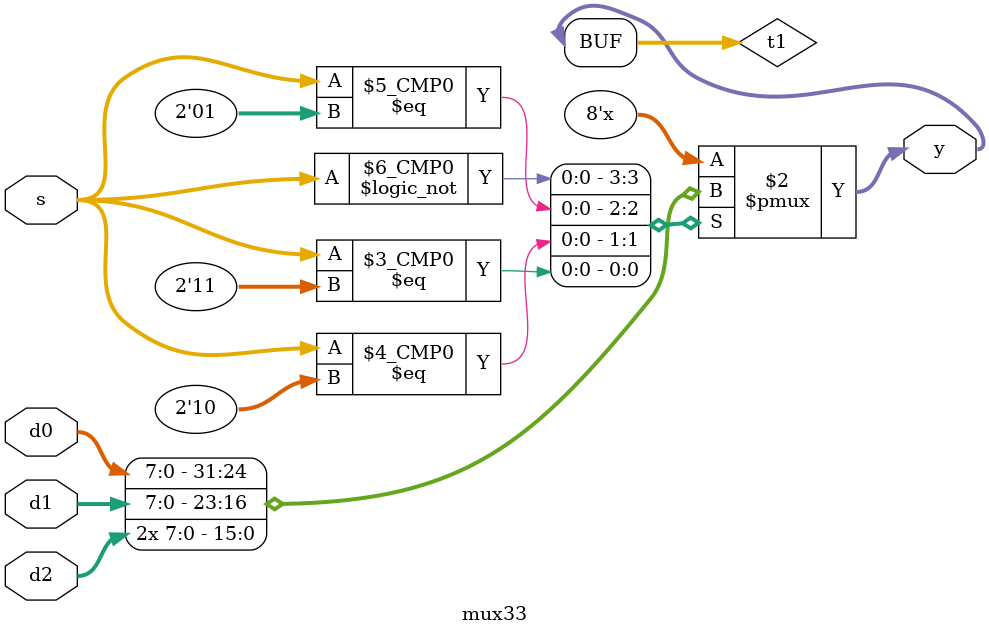
<source format=v>
`timescale 1ns / 1ps
module mux33(d0, d1, d2, y, s);
    input [7:0] d0;
    input [7:0] d1;
    input [7:0] d2;
    output [7:0] y;
    input [1:0] s;
 reg [7:0] t1;
always @(s or d0 or d1 or d2)
begin
case (s)
2'b00: t1 = d0;
2'b01: t1 = d1;
2'b10: t1 = d2;
2'b11: t1 = d2;

endcase
end
assign y=t1;

endmodule

</source>
